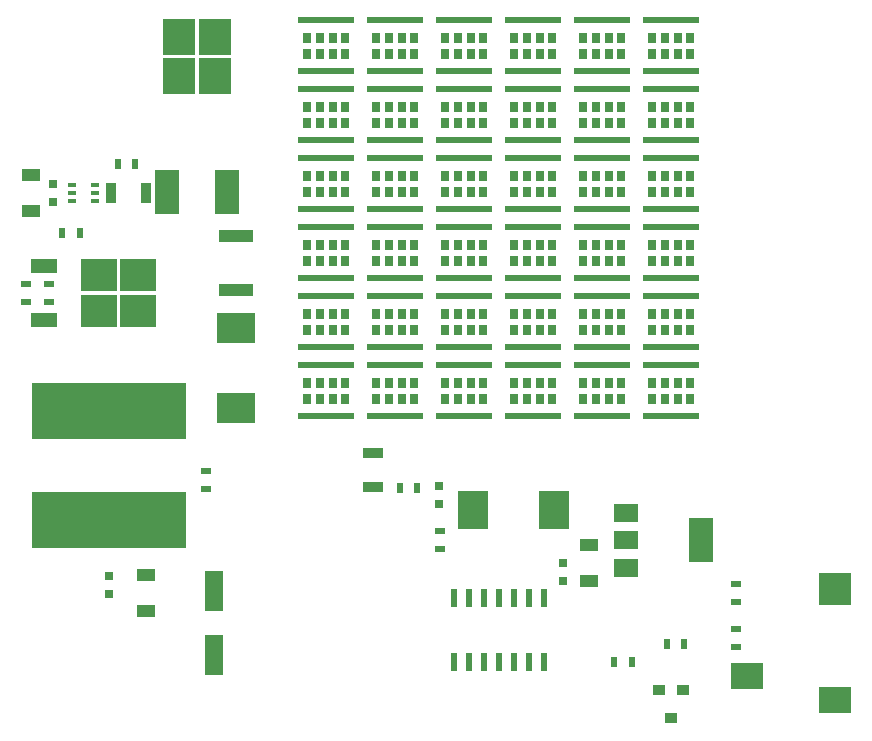
<source format=gbr>
G04 #@! TF.FileFunction,Paste,Top*
%FSLAX46Y46*%
G04 Gerber Fmt 4.6, Leading zero omitted, Abs format (unit mm)*
G04 Created by KiCad (PCBNEW 4.0.7) date 03/08/18 15:58:25*
%MOMM*%
%LPD*%
G01*
G04 APERTURE LIST*
%ADD10C,0.100000*%
%ADD11R,0.800000X0.900000*%
%ADD12R,4.780000X0.500000*%
%ADD13R,13.000000X4.750000*%
%ADD14R,1.600000X1.000000*%
%ADD15R,2.000000X3.800000*%
%ADD16R,2.000000X1.500000*%
%ADD17R,2.082800X3.810000*%
%ADD18R,2.750000X3.050000*%
%ADD19R,2.794000X2.209800*%
%ADD20R,2.794000X2.794000*%
%ADD21R,1.700000X0.900000*%
%ADD22R,0.500000X0.900000*%
%ADD23R,0.900000X0.500000*%
%ADD24R,2.200000X1.200000*%
%ADD25R,3.050000X2.750000*%
%ADD26R,3.300000X2.500000*%
%ADD27R,1.000000X0.900000*%
%ADD28R,0.750000X0.800000*%
%ADD29R,1.600000X3.500000*%
%ADD30R,0.600000X1.500000*%
%ADD31R,2.500000X3.300000*%
%ADD32R,0.900000X1.700000*%
%ADD33R,0.650000X0.400000*%
%ADD34R,3.000000X1.000000*%
G04 APERTURE END LIST*
D10*
D11*
X52375000Y-65059000D03*
X53425000Y-65059000D03*
X52375000Y-66359000D03*
X53425000Y-66359000D03*
X55575000Y-66359000D03*
X55575000Y-65059000D03*
X54525000Y-66359000D03*
X54525000Y-65059000D03*
D12*
X53975000Y-67799000D03*
X53975000Y-63519000D03*
D11*
X69901000Y-70901000D03*
X70951000Y-70901000D03*
X69901000Y-72201000D03*
X70951000Y-72201000D03*
X73101000Y-72201000D03*
X73101000Y-70901000D03*
X72051000Y-72201000D03*
X72051000Y-70901000D03*
D12*
X71501000Y-73641000D03*
X71501000Y-69361000D03*
D13*
X35560000Y-84910000D03*
X35560000Y-94160000D03*
D14*
X38735000Y-98830000D03*
X38735000Y-101830000D03*
X28987750Y-64978148D03*
X28987750Y-67978148D03*
X76200000Y-99290000D03*
X76200000Y-96290000D03*
D15*
X85700000Y-95885000D03*
D16*
X79400000Y-95885000D03*
X79400000Y-98185000D03*
X79400000Y-93585000D03*
D17*
X40513000Y-66421000D03*
X45593000Y-66421000D03*
D18*
X44578000Y-53248000D03*
X41528000Y-56598000D03*
X41528000Y-53248000D03*
X44578000Y-56598000D03*
D19*
X89636600Y-107365800D03*
D20*
X97053400Y-99974400D03*
D19*
X97053400Y-109372400D03*
D21*
X57912000Y-91366000D03*
X57912000Y-88466000D03*
D22*
X61710000Y-91440000D03*
X60210000Y-91440000D03*
D23*
X30480000Y-74180000D03*
X30480000Y-75680000D03*
X28575000Y-75680000D03*
X28575000Y-74180000D03*
D22*
X36334000Y-64008000D03*
X37834000Y-64008000D03*
X33135000Y-69850000D03*
X31635000Y-69850000D03*
X84316000Y-104648000D03*
X82816000Y-104648000D03*
X79871000Y-106172000D03*
X78371000Y-106172000D03*
D24*
X30090000Y-72650000D03*
X30090000Y-77210000D03*
D25*
X38065000Y-76455000D03*
X34715000Y-73405000D03*
X38065000Y-73405000D03*
X34715000Y-76455000D03*
D26*
X46355000Y-77880000D03*
X46355000Y-84680000D03*
D27*
X84235000Y-108528000D03*
X82135000Y-108528000D03*
X83185000Y-110928000D03*
D28*
X35560000Y-100445000D03*
X35560000Y-98945000D03*
X30892750Y-67228148D03*
X30892750Y-65728148D03*
X74041000Y-97802000D03*
X74041000Y-99302000D03*
X63500000Y-91325000D03*
X63500000Y-92825000D03*
D29*
X44450000Y-100170000D03*
X44450000Y-105570000D03*
D30*
X72390000Y-100805000D03*
X71120000Y-100805000D03*
X69850000Y-100805000D03*
X68580000Y-100805000D03*
X67310000Y-100805000D03*
X66040000Y-100805000D03*
X64770000Y-100805000D03*
X64770000Y-106205000D03*
X66040000Y-106205000D03*
X67310000Y-106205000D03*
X68580000Y-106205000D03*
X69850000Y-106205000D03*
X71120000Y-106205000D03*
X72390000Y-106205000D03*
D23*
X88646000Y-99580000D03*
X88646000Y-101080000D03*
X88646000Y-103390000D03*
X88646000Y-104890000D03*
D11*
X52375000Y-82585000D03*
X53425000Y-82585000D03*
X52375000Y-83885000D03*
X53425000Y-83885000D03*
X55575000Y-83885000D03*
X55575000Y-82585000D03*
X54525000Y-83885000D03*
X54525000Y-82585000D03*
D12*
X53975000Y-85325000D03*
X53975000Y-81045000D03*
D11*
X52375000Y-76743000D03*
X53425000Y-76743000D03*
X52375000Y-78043000D03*
X53425000Y-78043000D03*
X55575000Y-78043000D03*
X55575000Y-76743000D03*
X54525000Y-78043000D03*
X54525000Y-76743000D03*
D12*
X53975000Y-79483000D03*
X53975000Y-75203000D03*
D11*
X52375000Y-70901000D03*
X53425000Y-70901000D03*
X52375000Y-72201000D03*
X53425000Y-72201000D03*
X55575000Y-72201000D03*
X55575000Y-70901000D03*
X54525000Y-72201000D03*
X54525000Y-70901000D03*
D12*
X53975000Y-73641000D03*
X53975000Y-69361000D03*
D11*
X52375000Y-59217000D03*
X53425000Y-59217000D03*
X52375000Y-60517000D03*
X53425000Y-60517000D03*
X55575000Y-60517000D03*
X55575000Y-59217000D03*
X54525000Y-60517000D03*
X54525000Y-59217000D03*
D12*
X53975000Y-61957000D03*
X53975000Y-57677000D03*
D11*
X52375000Y-53375000D03*
X53425000Y-53375000D03*
X52375000Y-54675000D03*
X53425000Y-54675000D03*
X55575000Y-54675000D03*
X55575000Y-53375000D03*
X54525000Y-54675000D03*
X54525000Y-53375000D03*
D12*
X53975000Y-56115000D03*
X53975000Y-51835000D03*
D11*
X58217000Y-82585000D03*
X59267000Y-82585000D03*
X58217000Y-83885000D03*
X59267000Y-83885000D03*
X61417000Y-83885000D03*
X61417000Y-82585000D03*
X60367000Y-83885000D03*
X60367000Y-82585000D03*
D12*
X59817000Y-85325000D03*
X59817000Y-81045000D03*
D11*
X58217000Y-76743000D03*
X59267000Y-76743000D03*
X58217000Y-78043000D03*
X59267000Y-78043000D03*
X61417000Y-78043000D03*
X61417000Y-76743000D03*
X60367000Y-78043000D03*
X60367000Y-76743000D03*
D12*
X59817000Y-79483000D03*
X59817000Y-75203000D03*
D11*
X58217000Y-70901000D03*
X59267000Y-70901000D03*
X58217000Y-72201000D03*
X59267000Y-72201000D03*
X61417000Y-72201000D03*
X61417000Y-70901000D03*
X60367000Y-72201000D03*
X60367000Y-70901000D03*
D12*
X59817000Y-73641000D03*
X59817000Y-69361000D03*
D11*
X58217000Y-65059000D03*
X59267000Y-65059000D03*
X58217000Y-66359000D03*
X59267000Y-66359000D03*
X61417000Y-66359000D03*
X61417000Y-65059000D03*
X60367000Y-66359000D03*
X60367000Y-65059000D03*
D12*
X59817000Y-67799000D03*
X59817000Y-63519000D03*
D11*
X58217000Y-59217000D03*
X59267000Y-59217000D03*
X58217000Y-60517000D03*
X59267000Y-60517000D03*
X61417000Y-60517000D03*
X61417000Y-59217000D03*
X60367000Y-60517000D03*
X60367000Y-59217000D03*
D12*
X59817000Y-61957000D03*
X59817000Y-57677000D03*
D11*
X58217000Y-53375000D03*
X59267000Y-53375000D03*
X58217000Y-54675000D03*
X59267000Y-54675000D03*
X61417000Y-54675000D03*
X61417000Y-53375000D03*
X60367000Y-54675000D03*
X60367000Y-53375000D03*
D12*
X59817000Y-56115000D03*
X59817000Y-51835000D03*
D11*
X64059000Y-82585000D03*
X65109000Y-82585000D03*
X64059000Y-83885000D03*
X65109000Y-83885000D03*
X67259000Y-83885000D03*
X67259000Y-82585000D03*
X66209000Y-83885000D03*
X66209000Y-82585000D03*
D12*
X65659000Y-85325000D03*
X65659000Y-81045000D03*
D11*
X64059000Y-76743000D03*
X65109000Y-76743000D03*
X64059000Y-78043000D03*
X65109000Y-78043000D03*
X67259000Y-78043000D03*
X67259000Y-76743000D03*
X66209000Y-78043000D03*
X66209000Y-76743000D03*
D12*
X65659000Y-79483000D03*
X65659000Y-75203000D03*
D11*
X64059000Y-70901000D03*
X65109000Y-70901000D03*
X64059000Y-72201000D03*
X65109000Y-72201000D03*
X67259000Y-72201000D03*
X67259000Y-70901000D03*
X66209000Y-72201000D03*
X66209000Y-70901000D03*
D12*
X65659000Y-73641000D03*
X65659000Y-69361000D03*
D11*
X64059000Y-65059000D03*
X65109000Y-65059000D03*
X64059000Y-66359000D03*
X65109000Y-66359000D03*
X67259000Y-66359000D03*
X67259000Y-65059000D03*
X66209000Y-66359000D03*
X66209000Y-65059000D03*
D12*
X65659000Y-67799000D03*
X65659000Y-63519000D03*
D11*
X64059000Y-59217000D03*
X65109000Y-59217000D03*
X64059000Y-60517000D03*
X65109000Y-60517000D03*
X67259000Y-60517000D03*
X67259000Y-59217000D03*
X66209000Y-60517000D03*
X66209000Y-59217000D03*
D12*
X65659000Y-61957000D03*
X65659000Y-57677000D03*
D11*
X64059000Y-53375000D03*
X65109000Y-53375000D03*
X64059000Y-54675000D03*
X65109000Y-54675000D03*
X67259000Y-54675000D03*
X67259000Y-53375000D03*
X66209000Y-54675000D03*
X66209000Y-53375000D03*
D12*
X65659000Y-56115000D03*
X65659000Y-51835000D03*
D11*
X69901000Y-82585000D03*
X70951000Y-82585000D03*
X69901000Y-83885000D03*
X70951000Y-83885000D03*
X73101000Y-83885000D03*
X73101000Y-82585000D03*
X72051000Y-83885000D03*
X72051000Y-82585000D03*
D12*
X71501000Y-85325000D03*
X71501000Y-81045000D03*
D11*
X69901000Y-76743000D03*
X70951000Y-76743000D03*
X69901000Y-78043000D03*
X70951000Y-78043000D03*
X73101000Y-78043000D03*
X73101000Y-76743000D03*
X72051000Y-78043000D03*
X72051000Y-76743000D03*
D12*
X71501000Y-79483000D03*
X71501000Y-75203000D03*
D11*
X69901000Y-65059000D03*
X70951000Y-65059000D03*
X69901000Y-66359000D03*
X70951000Y-66359000D03*
X73101000Y-66359000D03*
X73101000Y-65059000D03*
X72051000Y-66359000D03*
X72051000Y-65059000D03*
D12*
X71501000Y-67799000D03*
X71501000Y-63519000D03*
D11*
X69901000Y-59217000D03*
X70951000Y-59217000D03*
X69901000Y-60517000D03*
X70951000Y-60517000D03*
X73101000Y-60517000D03*
X73101000Y-59217000D03*
X72051000Y-60517000D03*
X72051000Y-59217000D03*
D12*
X71501000Y-61957000D03*
X71501000Y-57677000D03*
D11*
X69901000Y-53375000D03*
X70951000Y-53375000D03*
X69901000Y-54675000D03*
X70951000Y-54675000D03*
X73101000Y-54675000D03*
X73101000Y-53375000D03*
X72051000Y-54675000D03*
X72051000Y-53375000D03*
D12*
X71501000Y-56115000D03*
X71501000Y-51835000D03*
D31*
X73250000Y-93345000D03*
X66450000Y-93345000D03*
D11*
X75743000Y-82585000D03*
X76793000Y-82585000D03*
X75743000Y-83885000D03*
X76793000Y-83885000D03*
X78943000Y-83885000D03*
X78943000Y-82585000D03*
X77893000Y-83885000D03*
X77893000Y-82585000D03*
D12*
X77343000Y-85325000D03*
X77343000Y-81045000D03*
D32*
X38692750Y-66478148D03*
X35792750Y-66478148D03*
D23*
X63627000Y-96635000D03*
X63627000Y-95135000D03*
D33*
X32482750Y-65828148D03*
X32482750Y-67128148D03*
X34382750Y-66478148D03*
X32482750Y-66478148D03*
X34382750Y-67128148D03*
X34382750Y-65828148D03*
D23*
X43815000Y-90055000D03*
X43815000Y-91555000D03*
D34*
X46355000Y-74690000D03*
X46355000Y-70090000D03*
D11*
X75743000Y-76743000D03*
X76793000Y-76743000D03*
X75743000Y-78043000D03*
X76793000Y-78043000D03*
X78943000Y-78043000D03*
X78943000Y-76743000D03*
X77893000Y-78043000D03*
X77893000Y-76743000D03*
D12*
X77343000Y-79483000D03*
X77343000Y-75203000D03*
D11*
X75743000Y-70901000D03*
X76793000Y-70901000D03*
X75743000Y-72201000D03*
X76793000Y-72201000D03*
X78943000Y-72201000D03*
X78943000Y-70901000D03*
X77893000Y-72201000D03*
X77893000Y-70901000D03*
D12*
X77343000Y-73641000D03*
X77343000Y-69361000D03*
D11*
X75743000Y-65059000D03*
X76793000Y-65059000D03*
X75743000Y-66359000D03*
X76793000Y-66359000D03*
X78943000Y-66359000D03*
X78943000Y-65059000D03*
X77893000Y-66359000D03*
X77893000Y-65059000D03*
D12*
X77343000Y-67799000D03*
X77343000Y-63519000D03*
D11*
X75743000Y-59217000D03*
X76793000Y-59217000D03*
X75743000Y-60517000D03*
X76793000Y-60517000D03*
X78943000Y-60517000D03*
X78943000Y-59217000D03*
X77893000Y-60517000D03*
X77893000Y-59217000D03*
D12*
X77343000Y-61957000D03*
X77343000Y-57677000D03*
D11*
X75743000Y-53375000D03*
X76793000Y-53375000D03*
X75743000Y-54675000D03*
X76793000Y-54675000D03*
X78943000Y-54675000D03*
X78943000Y-53375000D03*
X77893000Y-54675000D03*
X77893000Y-53375000D03*
D12*
X77343000Y-56115000D03*
X77343000Y-51835000D03*
D11*
X81585000Y-82585000D03*
X82635000Y-82585000D03*
X81585000Y-83885000D03*
X82635000Y-83885000D03*
X84785000Y-83885000D03*
X84785000Y-82585000D03*
X83735000Y-83885000D03*
X83735000Y-82585000D03*
D12*
X83185000Y-85325000D03*
X83185000Y-81045000D03*
D11*
X81585000Y-76743000D03*
X82635000Y-76743000D03*
X81585000Y-78043000D03*
X82635000Y-78043000D03*
X84785000Y-78043000D03*
X84785000Y-76743000D03*
X83735000Y-78043000D03*
X83735000Y-76743000D03*
D12*
X83185000Y-79483000D03*
X83185000Y-75203000D03*
D11*
X81585000Y-70901000D03*
X82635000Y-70901000D03*
X81585000Y-72201000D03*
X82635000Y-72201000D03*
X84785000Y-72201000D03*
X84785000Y-70901000D03*
X83735000Y-72201000D03*
X83735000Y-70901000D03*
D12*
X83185000Y-73641000D03*
X83185000Y-69361000D03*
D11*
X81585000Y-65059000D03*
X82635000Y-65059000D03*
X81585000Y-66359000D03*
X82635000Y-66359000D03*
X84785000Y-66359000D03*
X84785000Y-65059000D03*
X83735000Y-66359000D03*
X83735000Y-65059000D03*
D12*
X83185000Y-67799000D03*
X83185000Y-63519000D03*
D11*
X81585000Y-59217000D03*
X82635000Y-59217000D03*
X81585000Y-60517000D03*
X82635000Y-60517000D03*
X84785000Y-60517000D03*
X84785000Y-59217000D03*
X83735000Y-60517000D03*
X83735000Y-59217000D03*
D12*
X83185000Y-61957000D03*
X83185000Y-57677000D03*
D11*
X81585000Y-53375000D03*
X82635000Y-53375000D03*
X81585000Y-54675000D03*
X82635000Y-54675000D03*
X84785000Y-54675000D03*
X84785000Y-53375000D03*
X83735000Y-54675000D03*
X83735000Y-53375000D03*
D12*
X83185000Y-56115000D03*
X83185000Y-51835000D03*
M02*

</source>
